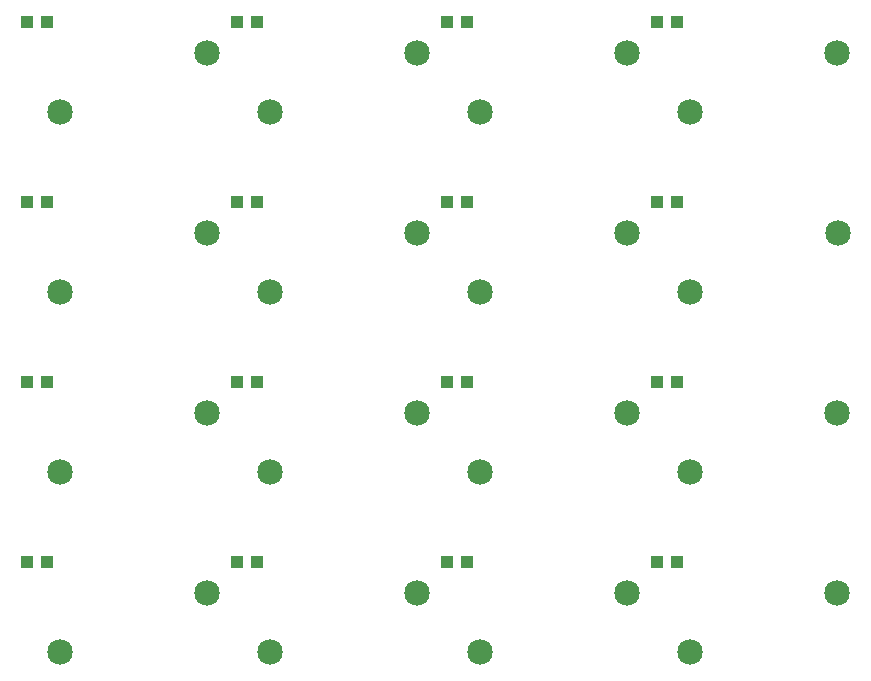
<source format=gtp>
G04 MADE WITH FRITZING*
G04 WWW.FRITZING.ORG*
G04 DOUBLE SIDED*
G04 HOLES PLATED*
G04 CONTOUR ON CENTER OF CONTOUR VECTOR*
%ASAXBY*%
%FSLAX23Y23*%
%MOIN*%
%OFA0B0*%
%SFA1.0B1.0*%
%ADD10C,0.085000*%
%ADD11R,0.043307X0.039370*%
%LNPASTEMASK1*%
G90*
G70*
G54D10*
X3249Y198D03*
X3741Y395D03*
X3249Y198D03*
X3741Y395D03*
X2549Y198D03*
X3041Y395D03*
X2549Y198D03*
X3041Y395D03*
X1849Y198D03*
X2341Y395D03*
X1849Y198D03*
X2341Y395D03*
X1149Y198D03*
X1641Y395D03*
X1149Y198D03*
X1641Y395D03*
X3249Y798D03*
X3741Y995D03*
X3249Y798D03*
X3741Y995D03*
X2549Y798D03*
X3041Y995D03*
X2549Y798D03*
X3041Y995D03*
X1849Y798D03*
X2341Y995D03*
X1849Y798D03*
X2341Y995D03*
X1149Y798D03*
X1641Y995D03*
X1149Y798D03*
X1641Y995D03*
X3250Y1398D03*
X3742Y1595D03*
X3250Y1398D03*
X3742Y1595D03*
X2549Y1398D03*
X3041Y1595D03*
X2549Y1398D03*
X3041Y1595D03*
X1849Y1398D03*
X2341Y1595D03*
X1849Y1398D03*
X2341Y1595D03*
X1149Y1398D03*
X1641Y1595D03*
X1149Y1398D03*
X1641Y1595D03*
X3249Y1998D03*
X3741Y2195D03*
X3249Y1998D03*
X3741Y2195D03*
X2549Y1998D03*
X3041Y2195D03*
X2549Y1998D03*
X3041Y2195D03*
X1849Y1998D03*
X2341Y2195D03*
X1849Y1998D03*
X2341Y2195D03*
X1149Y1998D03*
X1641Y2195D03*
X1149Y1998D03*
X1641Y2195D03*
G54D11*
X3141Y1098D03*
X3208Y1098D03*
X3141Y498D03*
X3208Y498D03*
X2441Y498D03*
X2508Y498D03*
X1741Y498D03*
X1808Y498D03*
X1041Y498D03*
X1108Y498D03*
X2441Y1098D03*
X2508Y1098D03*
X1741Y1098D03*
X1808Y1098D03*
X1041Y1098D03*
X1108Y1098D03*
X3141Y1698D03*
X3208Y1698D03*
X2441Y1698D03*
X2508Y1698D03*
X1741Y1698D03*
X1808Y1698D03*
X1041Y1698D03*
X1108Y1698D03*
X3141Y2298D03*
X3208Y2298D03*
X2441Y2298D03*
X2508Y2298D03*
X1741Y2298D03*
X1808Y2298D03*
X1041Y2298D03*
X1108Y2298D03*
G04 End of PasteMask1*
M02*
</source>
